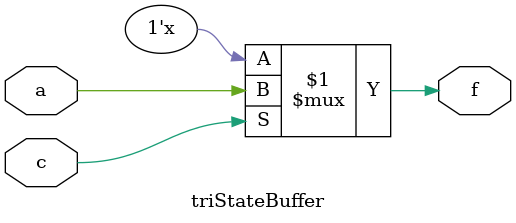
<source format=v>
module triStateBuffer(
		input a , c ,
		output f
	);

	bufif1(f , a , c);
endmodule

</source>
